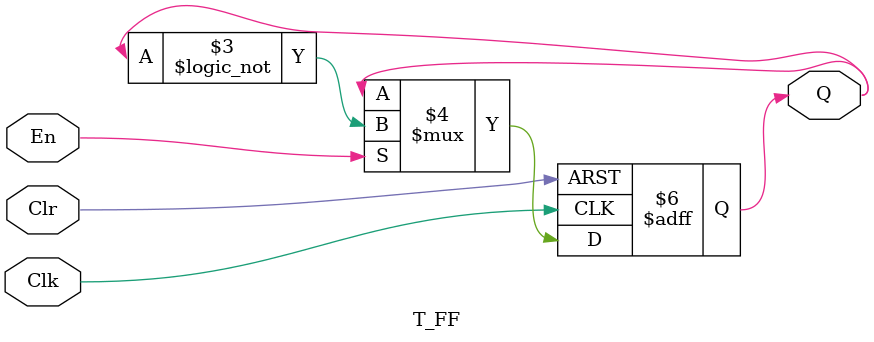
<source format=v>
module T_FF(Q,En,Clk,Clr);
input En,Clk,Clr;
output Q;
reg Q;
always @(posedge Clk or negedge Clr)
if(~Clr)
	Q <= 1'b0;
else
	begin
		if(En)
		Q <= !Q;
	end
endmodule

</source>
